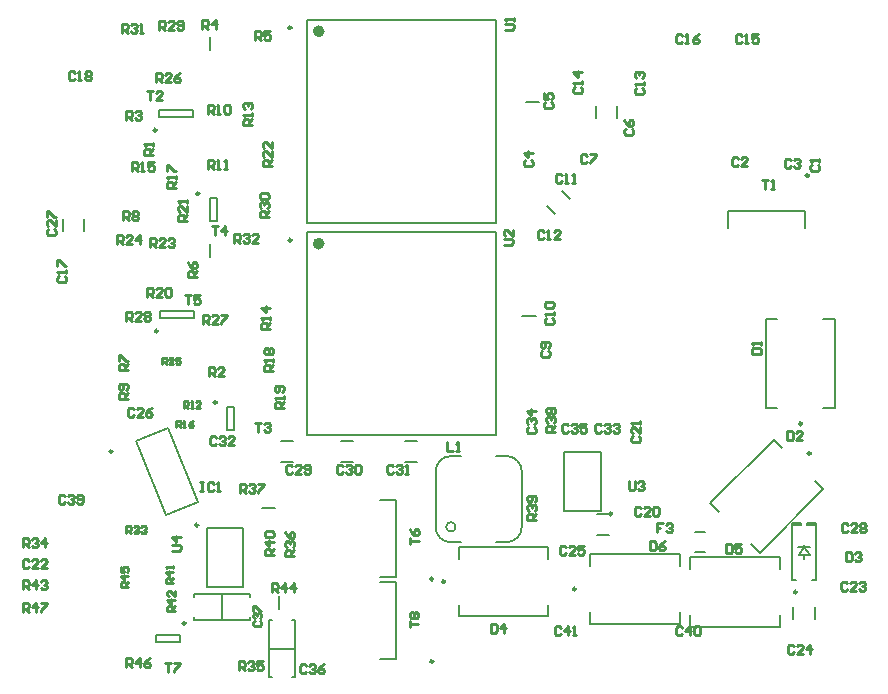
<source format=gbr>
%TF.GenerationSoftware,Altium Limited,Altium Designer,20.0.13 (296)*%
G04 Layer_Color=65535*
%FSLAX45Y45*%
%MOMM*%
%TF.FileFunction,Legend,Top*%
%TF.Part,Single*%
G01*
G75*
%TA.AperFunction,NonConductor*%
%ADD68C,0.25400*%
%ADD80C,0.20000*%
%ADD81C,0.15000*%
%ADD89C,0.25000*%
%ADD90C,0.50000*%
D68*
X10411520Y7546651D02*
Y7470476D01*
X10449608D01*
X10462304Y7483171D01*
Y7533955D01*
X10449608Y7546651D01*
X10411520D01*
X10538479Y7470476D02*
X10487696D01*
X10538479Y7521259D01*
Y7533955D01*
X10525784Y7546651D01*
X10500392D01*
X10487696Y7533955D01*
X9359904Y6769088D02*
X9309121D01*
Y6731000D01*
X9334512D01*
X9309121D01*
Y6692912D01*
X9385296Y6756392D02*
X9397992Y6769088D01*
X9423384D01*
X9436079Y6756392D01*
Y6743696D01*
X9423384Y6731000D01*
X9410688D01*
X9423384D01*
X9436079Y6718304D01*
Y6705608D01*
X9423384Y6692912D01*
X9397992D01*
X9385296Y6705608D01*
X10439404Y9842492D02*
X10426708Y9855188D01*
X10401317D01*
X10388621Y9842492D01*
Y9791708D01*
X10401317Y9779012D01*
X10426708D01*
X10439404Y9791708D01*
X10464796Y9842492D02*
X10477492Y9855188D01*
X10502884D01*
X10515579Y9842492D01*
Y9829796D01*
X10502884Y9817100D01*
X10490188D01*
X10502884D01*
X10515579Y9804404D01*
Y9791708D01*
X10502884Y9779012D01*
X10477492D01*
X10464796Y9791708D01*
X9994904Y9855192D02*
X9982208Y9867888D01*
X9956817D01*
X9944121Y9855192D01*
Y9804408D01*
X9956817Y9791712D01*
X9982208D01*
X9994904Y9804408D01*
X10071079Y9791712D02*
X10020296D01*
X10071079Y9842496D01*
Y9855192D01*
X10058384Y9867888D01*
X10032992D01*
X10020296Y9855192D01*
X7213612Y6591321D02*
Y6642104D01*
Y6616712D01*
X7289788D01*
X7213612Y6718279D02*
X7226308Y6692888D01*
X7251700Y6667496D01*
X7277092D01*
X7289788Y6680192D01*
Y6705584D01*
X7277092Y6718279D01*
X7264396D01*
X7251700Y6705584D01*
Y6667496D01*
X5198124Y6533401D02*
X5261604D01*
X5274300Y6546097D01*
Y6571489D01*
X5261604Y6584185D01*
X5198124D01*
X5274300Y6647665D02*
X5198124D01*
X5236212Y6609577D01*
Y6660360D01*
X5226040Y6024061D02*
X5162560D01*
Y6055801D01*
X5173140Y6066381D01*
X5194300D01*
X5204880Y6055801D01*
Y6024061D01*
Y6045221D02*
X5226040Y6066381D01*
Y6119280D02*
X5162560D01*
X5194300Y6087540D01*
Y6129860D01*
X5226040Y6193339D02*
Y6151020D01*
X5183720Y6193339D01*
X5173140D01*
X5162560Y6182760D01*
Y6161600D01*
X5173140Y6151020D01*
X6064588Y6496433D02*
X5988412D01*
Y6534521D01*
X6001108Y6547217D01*
X6026500D01*
X6039196Y6534521D01*
Y6496433D01*
Y6521825D02*
X6064588Y6547217D01*
Y6610696D02*
X5988412D01*
X6026500Y6572608D01*
Y6623392D01*
X6001108Y6648784D02*
X5988412Y6661480D01*
Y6686872D01*
X6001108Y6699567D01*
X6051892D01*
X6064588Y6686872D01*
Y6661480D01*
X6051892Y6648784D01*
X6001108D01*
X4292617Y6997692D02*
X4279921Y7010388D01*
X4254529D01*
X4241833Y6997692D01*
Y6946908D01*
X4254529Y6934212D01*
X4279921D01*
X4292617Y6946908D01*
X4318008Y6997692D02*
X4330704Y7010388D01*
X4356096D01*
X4368792Y6997692D01*
Y6984996D01*
X4356096Y6972300D01*
X4343400D01*
X4356096D01*
X4368792Y6959604D01*
Y6946908D01*
X4356096Y6934212D01*
X4330704D01*
X4318008Y6946908D01*
X4394184D02*
X4406880Y6934212D01*
X4432272D01*
X4444967Y6946908D01*
Y6997692D01*
X4432272Y7010388D01*
X4406880D01*
X4394184Y6997692D01*
Y6984996D01*
X4406880Y6972300D01*
X4444967D01*
X5900297Y5941626D02*
X5889717Y5931047D01*
Y5909887D01*
X5900297Y5899307D01*
X5942616D01*
X5953196Y5909887D01*
Y5931047D01*
X5942616Y5941626D01*
X5900297Y5962786D02*
X5889717Y5973366D01*
Y5994526D01*
X5900297Y6005106D01*
X5910876D01*
X5921456Y5994526D01*
Y5983946D01*
Y5994526D01*
X5932036Y6005106D01*
X5942616D01*
X5953196Y5994526D01*
Y5973366D01*
X5942616Y5962786D01*
X5889717Y6026266D02*
Y6068585D01*
X5900297D01*
X5942616Y6026266D01*
X5953196D01*
X6337317Y5562592D02*
X6324621Y5575288D01*
X6299229D01*
X6286533Y5562592D01*
Y5511808D01*
X6299229Y5499112D01*
X6324621D01*
X6337317Y5511808D01*
X6362708Y5562592D02*
X6375404Y5575288D01*
X6400796D01*
X6413492Y5562592D01*
Y5549896D01*
X6400796Y5537200D01*
X6388100D01*
X6400796D01*
X6413492Y5524504D01*
Y5511808D01*
X6400796Y5499112D01*
X6375404D01*
X6362708Y5511808D01*
X6489667Y5575288D02*
X6464276Y5562592D01*
X6438884Y5537200D01*
Y5511808D01*
X6451580Y5499112D01*
X6476972D01*
X6489667Y5511808D01*
Y5524504D01*
X6476972Y5537200D01*
X6438884D01*
X8349945Y9234187D02*
X8337249Y9246883D01*
X8311857D01*
X8299161Y9234187D01*
Y9183404D01*
X8311857Y9170708D01*
X8337249D01*
X8349945Y9183404D01*
X8375337Y9170708D02*
X8400729D01*
X8388033D01*
Y9246883D01*
X8375337Y9234187D01*
X8489600Y9170708D02*
X8438816D01*
X8489600Y9221491D01*
Y9234187D01*
X8476904Y9246883D01*
X8451512D01*
X8438816Y9234187D01*
X8712204Y9880592D02*
X8699508Y9893288D01*
X8674117D01*
X8661421Y9880592D01*
Y9829808D01*
X8674117Y9817112D01*
X8699508D01*
X8712204Y9829808D01*
X8737596Y9893288D02*
X8788379D01*
Y9880592D01*
X8737596Y9829808D01*
Y9817112D01*
X10617192Y9804415D02*
X10604496Y9791720D01*
Y9766328D01*
X10617192Y9753632D01*
X10667976D01*
X10680672Y9766328D01*
Y9791720D01*
X10667976Y9804415D01*
X10680672Y9829807D02*
Y9855199D01*
Y9842503D01*
X10604496D01*
X10617192Y9829807D01*
X9067820Y7124688D02*
Y7061208D01*
X9080516Y7048512D01*
X9105908D01*
X9118604Y7061208D01*
Y7124688D01*
X9143996Y7111992D02*
X9156692Y7124688D01*
X9182083D01*
X9194779Y7111992D01*
Y7099296D01*
X9182083Y7086600D01*
X9169388D01*
X9182083D01*
X9194779Y7073904D01*
Y7061208D01*
X9182083Y7048512D01*
X9156692D01*
X9143996Y7061208D01*
X8010035Y9127021D02*
X8073515D01*
X8086211Y9139717D01*
Y9165109D01*
X8073515Y9177805D01*
X8010035D01*
X8086211Y9253980D02*
Y9203196D01*
X8035427Y9253980D01*
X8022731D01*
X8010035Y9241284D01*
Y9215892D01*
X8022731Y9203196D01*
X8017658Y10947417D02*
X8081137D01*
X8093833Y10960112D01*
Y10985504D01*
X8081137Y10998200D01*
X8017658D01*
X8093833Y11023592D02*
Y11048984D01*
Y11036288D01*
X8017658D01*
X8030354Y11023592D01*
X7212321Y5886234D02*
Y5937018D01*
Y5911626D01*
X7288497D01*
X7225017Y5962409D02*
X7212321Y5975105D01*
Y6000497D01*
X7225017Y6013193D01*
X7237713D01*
X7250409Y6000497D01*
X7263105Y6013193D01*
X7275801D01*
X7288497Y6000497D01*
Y5975105D01*
X7275801Y5962409D01*
X7263105D01*
X7250409Y5975105D01*
X7237713Y5962409D01*
X7225017D01*
X7250409Y5975105D02*
Y6000497D01*
X5143521Y5587988D02*
X5194304D01*
X5168912D01*
Y5511812D01*
X5219696Y5587988D02*
X5270479D01*
Y5575292D01*
X5219696Y5524508D01*
Y5511812D01*
X5308621Y8699488D02*
X5359404D01*
X5334012D01*
Y8623312D01*
X5435579Y8699488D02*
X5384796D01*
Y8661400D01*
X5410188Y8674096D01*
X5422884D01*
X5435579Y8661400D01*
Y8636008D01*
X5422884Y8623312D01*
X5397492D01*
X5384796Y8636008D01*
X5537221Y9283688D02*
X5588004D01*
X5562612D01*
Y9207512D01*
X5651484D02*
Y9283688D01*
X5613396Y9245600D01*
X5664179D01*
X5905521Y7619988D02*
X5956304D01*
X5930912D01*
Y7543812D01*
X5981696Y7607292D02*
X5994392Y7619988D01*
X6019784D01*
X6032479Y7607292D01*
Y7594596D01*
X6019784Y7581900D01*
X6007088D01*
X6019784D01*
X6032479Y7569204D01*
Y7556508D01*
X6019784Y7543812D01*
X5994392D01*
X5981696Y7556508D01*
X4993921Y10425656D02*
X5044704D01*
X5019313D01*
Y10349480D01*
X5120880D02*
X5070096D01*
X5120880Y10400264D01*
Y10412960D01*
X5108184Y10425656D01*
X5082792D01*
X5070096Y10412960D01*
X10196917Y9676529D02*
X10247700D01*
X10222308D01*
Y9600354D01*
X10273092D02*
X10298484D01*
X10285788D01*
Y9676529D01*
X10273092Y9663833D01*
X3937033Y6019812D02*
Y6095988D01*
X3975121D01*
X3987817Y6083292D01*
Y6057900D01*
X3975121Y6045204D01*
X3937033D01*
X3962425D02*
X3987817Y6019812D01*
X4051296D02*
Y6095988D01*
X4013208Y6057900D01*
X4063992D01*
X4089384Y6095988D02*
X4140167D01*
Y6083292D01*
X4089384Y6032508D01*
Y6019812D01*
X4813333Y5549912D02*
Y5626088D01*
X4851421D01*
X4864117Y5613392D01*
Y5588000D01*
X4851421Y5575304D01*
X4813333D01*
X4838725D02*
X4864117Y5549912D01*
X4927596D02*
Y5626088D01*
X4889508Y5588000D01*
X4940292D01*
X5016467Y5626088D02*
X4991076Y5613392D01*
X4965684Y5588000D01*
Y5562608D01*
X4978380Y5549912D01*
X5003772D01*
X5016467Y5562608D01*
Y5575304D01*
X5003772Y5588000D01*
X4965684D01*
X4830368Y6226506D02*
X4766888D01*
Y6258246D01*
X4777468Y6268826D01*
X4798628D01*
X4809208Y6258246D01*
Y6226506D01*
Y6247666D02*
X4830368Y6268826D01*
Y6321725D02*
X4766888D01*
X4798628Y6289986D01*
Y6332305D01*
X4766888Y6395785D02*
Y6353465D01*
X4798628D01*
X4788048Y6374625D01*
Y6385205D01*
X4798628Y6395785D01*
X4819788D01*
X4830368Y6385205D01*
Y6364045D01*
X4819788Y6353465D01*
X3937033Y6210312D02*
Y6286488D01*
X3975121D01*
X3987817Y6273792D01*
Y6248400D01*
X3975121Y6235704D01*
X3937033D01*
X3962425D02*
X3987817Y6210312D01*
X4051296D02*
Y6286488D01*
X4013208Y6248400D01*
X4063992D01*
X4089384Y6273792D02*
X4102080Y6286488D01*
X4127472D01*
X4140167Y6273792D01*
Y6261096D01*
X4127472Y6248400D01*
X4114776D01*
X4127472D01*
X4140167Y6235704D01*
Y6223008D01*
X4127472Y6210312D01*
X4102080D01*
X4089384Y6223008D01*
X6045233Y6184912D02*
Y6261088D01*
X6083321D01*
X6096017Y6248392D01*
Y6223000D01*
X6083321Y6210304D01*
X6045233D01*
X6070625D02*
X6096017Y6184912D01*
X6159496D02*
Y6261088D01*
X6121408Y6223000D01*
X6172192D01*
X6235672Y6184912D02*
Y6261088D01*
X6197584Y6223000D01*
X6248367D01*
X5211270Y6260141D02*
X5147790D01*
Y6291880D01*
X5158370Y6302460D01*
X5179530D01*
X5190110Y6291880D01*
Y6260141D01*
Y6281300D02*
X5211270Y6302460D01*
Y6355360D02*
X5147790D01*
X5179530Y6323620D01*
Y6365940D01*
X5211270Y6387099D02*
Y6408259D01*
Y6397679D01*
X5147790D01*
X5158370Y6387099D01*
X8284609Y6798955D02*
X8208433D01*
Y6837043D01*
X8221129Y6849738D01*
X8246521D01*
X8259217Y6837043D01*
Y6798955D01*
Y6824347D02*
X8284609Y6849738D01*
X8221129Y6875130D02*
X8208433Y6887826D01*
Y6913218D01*
X8221129Y6925914D01*
X8233825D01*
X8246521Y6913218D01*
Y6900522D01*
Y6913218D01*
X8259217Y6925914D01*
X8271913D01*
X8284609Y6913218D01*
Y6887826D01*
X8271913Y6875130D01*
Y6951306D02*
X8284609Y6964002D01*
Y6989393D01*
X8271913Y7002089D01*
X8221129D01*
X8208433Y6989393D01*
Y6964002D01*
X8221129Y6951306D01*
X8233825D01*
X8246521Y6964002D01*
Y7002089D01*
X8445488Y7543833D02*
X8369312D01*
Y7581921D01*
X8382008Y7594617D01*
X8407400D01*
X8420096Y7581921D01*
Y7543833D01*
Y7569225D02*
X8445488Y7594617D01*
X8382008Y7620008D02*
X8369312Y7632704D01*
Y7658096D01*
X8382008Y7670792D01*
X8394704D01*
X8407400Y7658096D01*
Y7645400D01*
Y7658096D01*
X8420096Y7670792D01*
X8432792D01*
X8445488Y7658096D01*
Y7632704D01*
X8432792Y7620008D01*
X8382008Y7696184D02*
X8369312Y7708880D01*
Y7734272D01*
X8382008Y7746967D01*
X8394704D01*
X8407400Y7734272D01*
X8420096Y7746967D01*
X8432792D01*
X8445488Y7734272D01*
Y7708880D01*
X8432792Y7696184D01*
X8420096D01*
X8407400Y7708880D01*
X8394704Y7696184D01*
X8382008D01*
X8407400Y7708880D02*
Y7734272D01*
X5774036Y7026801D02*
Y7102977D01*
X5812124D01*
X5824819Y7090281D01*
Y7064889D01*
X5812124Y7052193D01*
X5774036D01*
X5799428D02*
X5824819Y7026801D01*
X5850211Y7090281D02*
X5862907Y7102977D01*
X5888299D01*
X5900995Y7090281D01*
Y7077585D01*
X5888299Y7064889D01*
X5875603D01*
X5888299D01*
X5900995Y7052193D01*
Y7039497D01*
X5888299Y7026801D01*
X5862907D01*
X5850211Y7039497D01*
X5926387Y7102977D02*
X5977170D01*
Y7090281D01*
X5926387Y7039497D01*
Y7026801D01*
X6235688Y6489733D02*
X6159512D01*
Y6527821D01*
X6172208Y6540517D01*
X6197600D01*
X6210296Y6527821D01*
Y6489733D01*
Y6515125D02*
X6235688Y6540517D01*
X6172208Y6565908D02*
X6159512Y6578604D01*
Y6603996D01*
X6172208Y6616692D01*
X6184904D01*
X6197600Y6603996D01*
Y6591300D01*
Y6603996D01*
X6210296Y6616692D01*
X6222992D01*
X6235688Y6603996D01*
Y6578604D01*
X6222992Y6565908D01*
X6159512Y6692867D02*
X6172208Y6667476D01*
X6197600Y6642084D01*
X6222992D01*
X6235688Y6654780D01*
Y6680172D01*
X6222992Y6692867D01*
X6210296D01*
X6197600Y6680172D01*
Y6642084D01*
X5765833Y5524512D02*
Y5600688D01*
X5803921D01*
X5816617Y5587992D01*
Y5562600D01*
X5803921Y5549904D01*
X5765833D01*
X5791225D02*
X5816617Y5524512D01*
X5842008Y5587992D02*
X5854704Y5600688D01*
X5880096D01*
X5892792Y5587992D01*
Y5575296D01*
X5880096Y5562600D01*
X5867400D01*
X5880096D01*
X5892792Y5549904D01*
Y5537208D01*
X5880096Y5524512D01*
X5854704D01*
X5842008Y5537208D01*
X5968967Y5600688D02*
X5918184D01*
Y5562600D01*
X5943576Y5575296D01*
X5956272D01*
X5968967Y5562600D01*
Y5537208D01*
X5956272Y5524512D01*
X5930880D01*
X5918184Y5537208D01*
X3937033Y6565912D02*
Y6642088D01*
X3975121D01*
X3987817Y6629392D01*
Y6604000D01*
X3975121Y6591304D01*
X3937033D01*
X3962425D02*
X3987817Y6565912D01*
X4013208Y6629392D02*
X4025904Y6642088D01*
X4051296D01*
X4063992Y6629392D01*
Y6616696D01*
X4051296Y6604000D01*
X4038600D01*
X4051296D01*
X4063992Y6591304D01*
Y6578608D01*
X4051296Y6565912D01*
X4025904D01*
X4013208Y6578608D01*
X4127472Y6565912D02*
Y6642088D01*
X4089384Y6604000D01*
X4140167D01*
X4813600Y6682432D02*
Y6745912D01*
X4845340D01*
X4855919Y6735332D01*
Y6714172D01*
X4845340Y6703592D01*
X4813600D01*
X4834759D02*
X4855919Y6682432D01*
X4877079Y6735332D02*
X4887659Y6745912D01*
X4908819D01*
X4919399Y6735332D01*
Y6724752D01*
X4908819Y6714172D01*
X4898239D01*
X4908819D01*
X4919399Y6703592D01*
Y6693012D01*
X4908819Y6682432D01*
X4887659D01*
X4877079Y6693012D01*
X4940559Y6735332D02*
X4951138Y6745912D01*
X4972298D01*
X4982878Y6735332D01*
Y6724752D01*
X4972298Y6714172D01*
X4961718D01*
X4972298D01*
X4982878Y6703592D01*
Y6693012D01*
X4972298Y6682432D01*
X4951138D01*
X4940559Y6693012D01*
X4775229Y10922012D02*
Y10998188D01*
X4813317D01*
X4826012Y10985492D01*
Y10960100D01*
X4813317Y10947404D01*
X4775229D01*
X4800621D02*
X4826012Y10922012D01*
X4851404Y10985492D02*
X4864100Y10998188D01*
X4889492D01*
X4902188Y10985492D01*
Y10972796D01*
X4889492Y10960100D01*
X4876796D01*
X4889492D01*
X4902188Y10947404D01*
Y10934708D01*
X4889492Y10922012D01*
X4864100D01*
X4851404Y10934708D01*
X4927579Y10922012D02*
X4952971D01*
X4940275D01*
Y10998188D01*
X4927579Y10985492D01*
X6019788Y9359933D02*
X5943612D01*
Y9398021D01*
X5956308Y9410717D01*
X5981700D01*
X5994396Y9398021D01*
Y9359933D01*
Y9385325D02*
X6019788Y9410717D01*
X5956308Y9436108D02*
X5943612Y9448804D01*
Y9474196D01*
X5956308Y9486892D01*
X5969004D01*
X5981700Y9474196D01*
Y9461500D01*
Y9474196D01*
X5994396Y9486892D01*
X6007092D01*
X6019788Y9474196D01*
Y9448804D01*
X6007092Y9436108D01*
X5956308Y9512284D02*
X5943612Y9524980D01*
Y9550372D01*
X5956308Y9563067D01*
X6007092D01*
X6019788Y9550372D01*
Y9524980D01*
X6007092Y9512284D01*
X5956308D01*
X5092733Y10947412D02*
Y11023588D01*
X5130821D01*
X5143517Y11010892D01*
Y10985500D01*
X5130821Y10972804D01*
X5092733D01*
X5118125D02*
X5143517Y10947412D01*
X5219692D02*
X5168908D01*
X5219692Y10998196D01*
Y11010892D01*
X5206996Y11023588D01*
X5181604D01*
X5168908Y11010892D01*
X5245084Y10960108D02*
X5257780Y10947412D01*
X5283172D01*
X5295867Y10960108D01*
Y11010892D01*
X5283172Y11023588D01*
X5257780D01*
X5245084Y11010892D01*
Y10998196D01*
X5257780Y10985500D01*
X5295867D01*
X4813333Y8483612D02*
Y8559788D01*
X4851421D01*
X4864117Y8547092D01*
Y8521700D01*
X4851421Y8509004D01*
X4813333D01*
X4838725D02*
X4864117Y8483612D01*
X4940292D02*
X4889508D01*
X4940292Y8534396D01*
Y8547092D01*
X4927596Y8559788D01*
X4902204D01*
X4889508Y8547092D01*
X4965684D02*
X4978380Y8559788D01*
X5003772D01*
X5016467Y8547092D01*
Y8534396D01*
X5003772Y8521700D01*
X5016467Y8509004D01*
Y8496308D01*
X5003772Y8483612D01*
X4978380D01*
X4965684Y8496308D01*
Y8509004D01*
X4978380Y8521700D01*
X4965684Y8534396D01*
Y8547092D01*
X4978380Y8521700D02*
X5003772D01*
X5461033Y8458212D02*
Y8534388D01*
X5499121D01*
X5511817Y8521692D01*
Y8496300D01*
X5499121Y8483604D01*
X5461033D01*
X5486425D02*
X5511817Y8458212D01*
X5587992D02*
X5537208D01*
X5587992Y8508996D01*
Y8521692D01*
X5575296Y8534388D01*
X5549904D01*
X5537208Y8521692D01*
X5613384Y8534388D02*
X5664167D01*
Y8521692D01*
X5613384Y8470908D01*
Y8458212D01*
X5067333Y10502912D02*
Y10579088D01*
X5105421D01*
X5118117Y10566392D01*
Y10541000D01*
X5105421Y10528304D01*
X5067333D01*
X5092725D02*
X5118117Y10502912D01*
X5194292D02*
X5143508D01*
X5194292Y10553696D01*
Y10566392D01*
X5181596Y10579088D01*
X5156204D01*
X5143508Y10566392D01*
X5270467Y10579088D02*
X5245076Y10566392D01*
X5219684Y10541000D01*
Y10515608D01*
X5232380Y10502912D01*
X5257772D01*
X5270467Y10515608D01*
Y10528304D01*
X5257772Y10541000D01*
X5219684D01*
X5119818Y8112769D02*
Y8168631D01*
X5147748D01*
X5157059Y8159321D01*
Y8140700D01*
X5147748Y8131390D01*
X5119818D01*
X5138438D02*
X5157059Y8112769D01*
X5212921D02*
X5175680D01*
X5212921Y8150010D01*
Y8159321D01*
X5203610Y8168631D01*
X5184990D01*
X5175680Y8159321D01*
X5268783Y8168631D02*
X5231541D01*
Y8140700D01*
X5250162Y8150010D01*
X5259472D01*
X5268783Y8140700D01*
Y8122080D01*
X5259472Y8112769D01*
X5240852D01*
X5231541Y8122080D01*
X4737133Y9131312D02*
Y9207488D01*
X4775221D01*
X4787917Y9194792D01*
Y9169400D01*
X4775221Y9156704D01*
X4737133D01*
X4762525D02*
X4787917Y9131312D01*
X4864092D02*
X4813308D01*
X4864092Y9182096D01*
Y9194792D01*
X4851396Y9207488D01*
X4826004D01*
X4813308Y9194792D01*
X4927572Y9131312D02*
Y9207488D01*
X4889484Y9169400D01*
X4940267D01*
X5016533Y9105912D02*
Y9182088D01*
X5054621D01*
X5067317Y9169392D01*
Y9144000D01*
X5054621Y9131304D01*
X5016533D01*
X5041925D02*
X5067317Y9105912D01*
X5143492D02*
X5092708D01*
X5143492Y9156696D01*
Y9169392D01*
X5130796Y9182088D01*
X5105404D01*
X5092708Y9169392D01*
X5168884D02*
X5181580Y9182088D01*
X5206972D01*
X5219667Y9169392D01*
Y9156696D01*
X5206972Y9144000D01*
X5194276D01*
X5206972D01*
X5219667Y9131304D01*
Y9118608D01*
X5206972Y9105912D01*
X5181580D01*
X5168884Y9118608D01*
X6046756Y9790006D02*
X5970581D01*
Y9828094D01*
X5983277Y9840790D01*
X6008668D01*
X6021364Y9828094D01*
Y9790006D01*
Y9815398D02*
X6046756Y9840790D01*
Y9916965D02*
Y9866181D01*
X5995973Y9916965D01*
X5983277D01*
X5970581Y9904269D01*
Y9878877D01*
X5983277Y9866181D01*
X6046756Y9993140D02*
Y9942357D01*
X5995973Y9993140D01*
X5983277D01*
X5970581Y9980445D01*
Y9955053D01*
X5983277Y9942357D01*
X5330352Y9328939D02*
X5254177D01*
Y9367027D01*
X5266873Y9379722D01*
X5292264D01*
X5304960Y9367027D01*
Y9328939D01*
Y9354331D02*
X5330352Y9379722D01*
Y9455898D02*
Y9405114D01*
X5279569Y9455898D01*
X5266873D01*
X5254177Y9443202D01*
Y9417810D01*
X5266873Y9405114D01*
X5330352Y9481290D02*
Y9506682D01*
Y9493986D01*
X5254177D01*
X5266873Y9481290D01*
X4994014Y8686312D02*
Y8762488D01*
X5032102D01*
X5044798Y8749792D01*
Y8724400D01*
X5032102Y8711704D01*
X4994014D01*
X5019406D02*
X5044798Y8686312D01*
X5120973D02*
X5070190D01*
X5120973Y8737096D01*
Y8749792D01*
X5108278Y8762488D01*
X5082886D01*
X5070190Y8749792D01*
X5146365D02*
X5159061Y8762488D01*
X5184453D01*
X5197149Y8749792D01*
Y8699008D01*
X5184453Y8686312D01*
X5159061D01*
X5146365Y8699008D01*
Y8749792D01*
X6146788Y7740681D02*
X6070612D01*
Y7778769D01*
X6083308Y7791464D01*
X6108700D01*
X6121396Y7778769D01*
Y7740681D01*
Y7766073D02*
X6146788Y7791464D01*
Y7816856D02*
Y7842248D01*
Y7829552D01*
X6070612D01*
X6083308Y7816856D01*
X6134092Y7880336D02*
X6146788Y7893032D01*
Y7918424D01*
X6134092Y7931119D01*
X6083308D01*
X6070612Y7918424D01*
Y7893032D01*
X6083308Y7880336D01*
X6096004D01*
X6108700Y7893032D01*
Y7931119D01*
X6057888Y8058181D02*
X5981712D01*
Y8096269D01*
X5994408Y8108964D01*
X6019800D01*
X6032496Y8096269D01*
Y8058181D01*
Y8083573D02*
X6057888Y8108964D01*
Y8134356D02*
Y8159748D01*
Y8147052D01*
X5981712D01*
X5994408Y8134356D01*
Y8197836D02*
X5981712Y8210532D01*
Y8235924D01*
X5994408Y8248619D01*
X6007104D01*
X6019800Y8235924D01*
X6032496Y8248619D01*
X6045192D01*
X6057888Y8235924D01*
Y8210532D01*
X6045192Y8197836D01*
X6032496D01*
X6019800Y8210532D01*
X6007104Y8197836D01*
X5994408D01*
X6019800Y8210532D02*
Y8235924D01*
X5232388Y9607581D02*
X5156212D01*
Y9645669D01*
X5168908Y9658364D01*
X5194300D01*
X5206996Y9645669D01*
Y9607581D01*
Y9632973D02*
X5232388Y9658364D01*
Y9683756D02*
Y9709148D01*
Y9696452D01*
X5156212D01*
X5168908Y9683756D01*
X5156212Y9747236D02*
Y9798019D01*
X5168908D01*
X5219692Y9747236D01*
X5232388D01*
X5238773Y7579369D02*
Y7635231D01*
X5266703D01*
X5276014Y7625921D01*
Y7607300D01*
X5266703Y7597990D01*
X5238773D01*
X5257393D02*
X5276014Y7579369D01*
X5294635D02*
X5313255D01*
X5303945D01*
Y7635231D01*
X5294635Y7625921D01*
X5378427Y7635231D02*
X5359807Y7625921D01*
X5341186Y7607300D01*
Y7588680D01*
X5350497Y7579369D01*
X5369117D01*
X5378427Y7588680D01*
Y7597990D01*
X5369117Y7607300D01*
X5341186D01*
X4860281Y9748451D02*
Y9824627D01*
X4898369D01*
X4911065Y9811931D01*
Y9786539D01*
X4898369Y9773843D01*
X4860281D01*
X4885673D02*
X4911065Y9748451D01*
X4936456D02*
X4961848D01*
X4949152D01*
Y9824627D01*
X4936456Y9811931D01*
X5050719Y9824627D02*
X4999936D01*
Y9786539D01*
X5025328Y9799235D01*
X5038024D01*
X5050719Y9786539D01*
Y9761147D01*
X5038024Y9748451D01*
X5012632D01*
X4999936Y9761147D01*
X6032488Y8413781D02*
X5956312D01*
Y8451869D01*
X5969008Y8464564D01*
X5994400D01*
X6007096Y8451869D01*
Y8413781D01*
Y8439173D02*
X6032488Y8464564D01*
Y8489956D02*
Y8515348D01*
Y8502652D01*
X5956312D01*
X5969008Y8489956D01*
X6032488Y8591524D02*
X5956312D01*
X5994400Y8553436D01*
Y8604219D01*
X5879752Y10136290D02*
X5803576D01*
Y10174377D01*
X5816272Y10187073D01*
X5841664D01*
X5854360Y10174377D01*
Y10136290D01*
Y10161681D02*
X5879752Y10187073D01*
Y10212465D02*
Y10237857D01*
Y10225161D01*
X5803576D01*
X5816272Y10212465D01*
Y10275944D02*
X5803576Y10288640D01*
Y10314032D01*
X5816272Y10326728D01*
X5828968D01*
X5841664Y10314032D01*
Y10301336D01*
Y10314032D01*
X5854360Y10326728D01*
X5867056D01*
X5879752Y10314032D01*
Y10288640D01*
X5867056Y10275944D01*
X5302273Y7744469D02*
Y7800331D01*
X5330203D01*
X5339514Y7791021D01*
Y7772400D01*
X5330203Y7763090D01*
X5302273D01*
X5320893D02*
X5339514Y7744469D01*
X5358135D02*
X5376755D01*
X5367445D01*
Y7800331D01*
X5358135Y7791021D01*
X5441927Y7744469D02*
X5404686D01*
X5441927Y7781710D01*
Y7791021D01*
X5432617Y7800331D01*
X5413997D01*
X5404686Y7791021D01*
X5503215Y9769852D02*
Y9846027D01*
X5541303D01*
X5553999Y9833331D01*
Y9807940D01*
X5541303Y9795244D01*
X5503215D01*
X5528607D02*
X5553999Y9769852D01*
X5579390D02*
X5604782D01*
X5592086D01*
Y9846027D01*
X5579390Y9833331D01*
X5642870Y9769852D02*
X5668262D01*
X5655566D01*
Y9846027D01*
X5642870Y9833331D01*
X5505481Y10236212D02*
Y10312388D01*
X5543569D01*
X5556264Y10299692D01*
Y10274300D01*
X5543569Y10261604D01*
X5505481D01*
X5530873D02*
X5556264Y10236212D01*
X5581656D02*
X5607048D01*
X5594352D01*
Y10312388D01*
X5581656Y10299692D01*
X5645136D02*
X5657832Y10312388D01*
X5683224D01*
X5695919Y10299692D01*
Y10248908D01*
X5683224Y10236212D01*
X5657832D01*
X5645136Y10248908D01*
Y10299692D01*
X4825987Y7823221D02*
X4749812D01*
Y7861309D01*
X4762508Y7874004D01*
X4787899D01*
X4800595Y7861309D01*
Y7823221D01*
Y7848613D02*
X4825987Y7874004D01*
X4813291Y7899396D02*
X4825987Y7912092D01*
Y7937484D01*
X4813291Y7950180D01*
X4762508D01*
X4749812Y7937484D01*
Y7912092D01*
X4762508Y7899396D01*
X4775204D01*
X4787899Y7912092D01*
Y7950180D01*
X5727733Y9144012D02*
Y9220188D01*
X5765821D01*
X5778517Y9207492D01*
Y9182100D01*
X5765821Y9169404D01*
X5727733D01*
X5753125D02*
X5778517Y9144012D01*
X5803908Y9207492D02*
X5816604Y9220188D01*
X5841996D01*
X5854692Y9207492D01*
Y9194796D01*
X5841996Y9182100D01*
X5829300D01*
X5841996D01*
X5854692Y9169404D01*
Y9156708D01*
X5841996Y9144012D01*
X5816604D01*
X5803908Y9156708D01*
X5930867Y9144012D02*
X5880084D01*
X5930867Y9194796D01*
Y9207492D01*
X5918172Y9220188D01*
X5892780D01*
X5880084Y9207492D01*
X4787921Y9334512D02*
Y9410688D01*
X4826008D01*
X4838704Y9397992D01*
Y9372600D01*
X4826008Y9359904D01*
X4787921D01*
X4813312D02*
X4838704Y9334512D01*
X4864096Y9397992D02*
X4876792Y9410688D01*
X4902184D01*
X4914879Y9397992D01*
Y9385296D01*
X4902184Y9372600D01*
X4914879Y9359904D01*
Y9347208D01*
X4902184Y9334512D01*
X4876792D01*
X4864096Y9347208D01*
Y9359904D01*
X4876792Y9372600D01*
X4864096Y9385296D01*
Y9397992D01*
X4876792Y9372600D02*
X4902184D01*
X5410187Y8851921D02*
X5334012D01*
Y8890009D01*
X5346708Y8902704D01*
X5372099D01*
X5384795Y8890009D01*
Y8851921D01*
Y8877313D02*
X5410187Y8902704D01*
X5334012Y8978880D02*
X5346708Y8953488D01*
X5372099Y8928096D01*
X5397491D01*
X5410187Y8940792D01*
Y8966184D01*
X5397491Y8978880D01*
X5384795D01*
X5372099Y8966184D01*
Y8928096D01*
X4825988Y8064521D02*
X4749812D01*
Y8102608D01*
X4762508Y8115304D01*
X4787900D01*
X4800596Y8102608D01*
Y8064521D01*
Y8089912D02*
X4825988Y8115304D01*
X4749812Y8140696D02*
Y8191479D01*
X4762508D01*
X4813292Y8140696D01*
X4825988D01*
X5905521Y10858512D02*
Y10934688D01*
X5943608D01*
X5956304Y10921992D01*
Y10896600D01*
X5943608Y10883904D01*
X5905521D01*
X5930912D02*
X5956304Y10858512D01*
X6032479Y10934688D02*
X5981696D01*
Y10896600D01*
X6007088Y10909296D01*
X6019784D01*
X6032479Y10896600D01*
Y10871208D01*
X6019784Y10858512D01*
X5994392D01*
X5981696Y10871208D01*
X5458207Y10955564D02*
Y11031739D01*
X5496295D01*
X5508991Y11019043D01*
Y10993652D01*
X5496295Y10980956D01*
X5458207D01*
X5483599D02*
X5508991Y10955564D01*
X5572470D02*
Y11031739D01*
X5534382Y10993652D01*
X5585166D01*
X5511821Y8013712D02*
Y8089888D01*
X5549908D01*
X5562604Y8077192D01*
Y8051800D01*
X5549908Y8039104D01*
X5511821D01*
X5537212D02*
X5562604Y8013712D01*
X5638779D02*
X5587996D01*
X5638779Y8064496D01*
Y8077192D01*
X5626084Y8089888D01*
X5600692D01*
X5587996Y8077192D01*
X4813321Y10185412D02*
Y10261588D01*
X4851408D01*
X4864104Y10248892D01*
Y10223500D01*
X4851408Y10210804D01*
X4813321D01*
X4838712D02*
X4864104Y10185412D01*
X4889496Y10248892D02*
X4902192Y10261588D01*
X4927584D01*
X4940279Y10248892D01*
Y10236196D01*
X4927584Y10223500D01*
X4914888D01*
X4927584D01*
X4940279Y10210804D01*
Y10198108D01*
X4927584Y10185412D01*
X4902192D01*
X4889496Y10198108D01*
X5042454Y9889516D02*
X4966279D01*
Y9927604D01*
X4978975Y9940300D01*
X5004366D01*
X5017062Y9927604D01*
Y9889516D01*
Y9914908D02*
X5042454Y9940300D01*
Y9965692D02*
Y9991084D01*
Y9978388D01*
X4966279D01*
X4978975Y9965692D01*
X7531117Y7454888D02*
Y7378712D01*
X7581900D01*
X7607292D02*
X7632684D01*
X7619988D01*
Y7454888D01*
X7607292Y7442192D01*
X5438972Y7114296D02*
X5464364D01*
X5451668D01*
Y7038121D01*
X5438972D01*
X5464364D01*
X5553235Y7101600D02*
X5540540Y7114296D01*
X5515148D01*
X5502452Y7101600D01*
Y7050817D01*
X5515148Y7038121D01*
X5540540D01*
X5553235Y7050817D01*
X5578627Y7038121D02*
X5604019D01*
X5591323D01*
Y7114296D01*
X5578627Y7101600D01*
X9245621Y6616688D02*
Y6540512D01*
X9283708D01*
X9296404Y6553208D01*
Y6603992D01*
X9283708Y6616688D01*
X9245621D01*
X9372579D02*
X9347188Y6603992D01*
X9321796Y6578600D01*
Y6553208D01*
X9334492Y6540512D01*
X9359884D01*
X9372579Y6553208D01*
Y6565904D01*
X9359884Y6578600D01*
X9321796D01*
X9893321Y6591288D02*
Y6515112D01*
X9931408D01*
X9944104Y6527808D01*
Y6578592D01*
X9931408Y6591288D01*
X9893321D01*
X10020279D02*
X9969496D01*
Y6553200D01*
X9994888Y6565896D01*
X10007584D01*
X10020279Y6553200D01*
Y6527808D01*
X10007584Y6515112D01*
X9982192D01*
X9969496Y6527808D01*
X7899421Y5918188D02*
Y5842012D01*
X7937508D01*
X7950204Y5854708D01*
Y5905492D01*
X7937508Y5918188D01*
X7899421D01*
X8013684Y5842012D02*
Y5918188D01*
X7975596Y5880100D01*
X8026379D01*
X10906521Y6522985D02*
Y6446810D01*
X10944609D01*
X10957304Y6459506D01*
Y6510289D01*
X10944609Y6522985D01*
X10906521D01*
X10982696Y6510289D02*
X10995392Y6522985D01*
X11020784D01*
X11033480Y6510289D01*
Y6497593D01*
X11020784Y6484898D01*
X11008088D01*
X11020784D01*
X11033480Y6472202D01*
Y6459506D01*
X11020784Y6446810D01*
X10995392D01*
X10982696Y6459506D01*
X10109212Y8204217D02*
X10185388D01*
Y8242304D01*
X10172692Y8255000D01*
X10121908D01*
X10109212Y8242304D01*
Y8204217D01*
X10185388Y8280392D02*
Y8305784D01*
Y8293088D01*
X10109212D01*
X10121908Y8280392D01*
X8491203Y5885159D02*
X8478508Y5897855D01*
X8453116D01*
X8440420Y5885159D01*
Y5834376D01*
X8453116Y5821680D01*
X8478508D01*
X8491203Y5834376D01*
X8554683Y5821680D02*
Y5897855D01*
X8516595Y5859768D01*
X8567379D01*
X8592771Y5821680D02*
X8618163D01*
X8605467D01*
Y5897855D01*
X8592771Y5885159D01*
X9522443D02*
X9509748Y5897855D01*
X9484356D01*
X9471660Y5885159D01*
Y5834376D01*
X9484356Y5821680D01*
X9509748D01*
X9522443Y5834376D01*
X9585923Y5821680D02*
Y5897855D01*
X9547835Y5859768D01*
X9598619D01*
X9624011Y5885159D02*
X9636707Y5897855D01*
X9662099D01*
X9674794Y5885159D01*
Y5834376D01*
X9662099Y5821680D01*
X9636707D01*
X9624011Y5834376D01*
Y5885159D01*
X8557707Y7599177D02*
X8545012Y7611873D01*
X8519620D01*
X8506924Y7599177D01*
Y7548393D01*
X8519620Y7535697D01*
X8545012D01*
X8557707Y7548393D01*
X8583099Y7599177D02*
X8595795Y7611873D01*
X8621187D01*
X8633883Y7599177D01*
Y7586481D01*
X8621187Y7573785D01*
X8608491D01*
X8621187D01*
X8633883Y7561089D01*
Y7548393D01*
X8621187Y7535697D01*
X8595795D01*
X8583099Y7548393D01*
X8710058Y7611873D02*
X8659275D01*
Y7573785D01*
X8684666Y7586481D01*
X8697362D01*
X8710058Y7573785D01*
Y7548393D01*
X8697362Y7535697D01*
X8671970D01*
X8659275Y7548393D01*
X8216908Y7581917D02*
X8204212Y7569221D01*
Y7543829D01*
X8216908Y7531133D01*
X8267692D01*
X8280388Y7543829D01*
Y7569221D01*
X8267692Y7581917D01*
X8216908Y7607308D02*
X8204212Y7620004D01*
Y7645396D01*
X8216908Y7658092D01*
X8229604D01*
X8242300Y7645396D01*
Y7632700D01*
Y7645396D01*
X8254996Y7658092D01*
X8267692D01*
X8280388Y7645396D01*
Y7620004D01*
X8267692Y7607308D01*
X8280388Y7721572D02*
X8204212D01*
X8242300Y7683484D01*
Y7734267D01*
X8836044Y7599497D02*
X8823349Y7612193D01*
X8797957D01*
X8785261Y7599497D01*
Y7548713D01*
X8797957Y7536017D01*
X8823349D01*
X8836044Y7548713D01*
X8861436Y7599497D02*
X8874132Y7612193D01*
X8899524D01*
X8912220Y7599497D01*
Y7586801D01*
X8899524Y7574105D01*
X8886828D01*
X8899524D01*
X8912220Y7561409D01*
Y7548713D01*
X8899524Y7536017D01*
X8874132D01*
X8861436Y7548713D01*
X8937612Y7599497D02*
X8950307Y7612193D01*
X8975699D01*
X8988395Y7599497D01*
Y7586801D01*
X8975699Y7574105D01*
X8963003D01*
X8975699D01*
X8988395Y7561409D01*
Y7548713D01*
X8975699Y7536017D01*
X8950307D01*
X8937612Y7548713D01*
X5575317Y7492992D02*
X5562621Y7505688D01*
X5537229D01*
X5524533Y7492992D01*
Y7442208D01*
X5537229Y7429512D01*
X5562621D01*
X5575317Y7442208D01*
X5600708Y7492992D02*
X5613404Y7505688D01*
X5638796D01*
X5651492Y7492992D01*
Y7480296D01*
X5638796Y7467600D01*
X5626100D01*
X5638796D01*
X5651492Y7454904D01*
Y7442208D01*
X5638796Y7429512D01*
X5613404D01*
X5600708Y7442208D01*
X5727667Y7429512D02*
X5676884D01*
X5727667Y7480296D01*
Y7492992D01*
X5714972Y7505688D01*
X5689580D01*
X5676884Y7492992D01*
X7075161Y7251692D02*
X7062465Y7264388D01*
X7037073D01*
X7024377Y7251692D01*
Y7200908D01*
X7037073Y7188212D01*
X7062465D01*
X7075161Y7200908D01*
X7100553Y7251692D02*
X7113249Y7264388D01*
X7138641D01*
X7151336Y7251692D01*
Y7238996D01*
X7138641Y7226300D01*
X7125945D01*
X7138641D01*
X7151336Y7213604D01*
Y7200908D01*
X7138641Y7188212D01*
X7113249D01*
X7100553Y7200908D01*
X7176728Y7188212D02*
X7202120D01*
X7189424D01*
Y7264388D01*
X7176728Y7251692D01*
X6645265D02*
X6632569Y7264388D01*
X6607178D01*
X6594482Y7251692D01*
Y7200908D01*
X6607178Y7188212D01*
X6632569D01*
X6645265Y7200908D01*
X6670657Y7251692D02*
X6683353Y7264388D01*
X6708745D01*
X6721440Y7251692D01*
Y7238996D01*
X6708745Y7226300D01*
X6696049D01*
X6708745D01*
X6721440Y7213604D01*
Y7200908D01*
X6708745Y7188212D01*
X6683353D01*
X6670657Y7200908D01*
X6746832Y7251692D02*
X6759528Y7264388D01*
X6784920D01*
X6797616Y7251692D01*
Y7200908D01*
X6784920Y7188212D01*
X6759528D01*
X6746832Y7200908D01*
Y7251692D01*
X6220193D02*
X6207497Y7264388D01*
X6182105D01*
X6169410Y7251692D01*
Y7200908D01*
X6182105Y7188212D01*
X6207497D01*
X6220193Y7200908D01*
X6296368Y7188212D02*
X6245585D01*
X6296368Y7238996D01*
Y7251692D01*
X6283673Y7264388D01*
X6258281D01*
X6245585Y7251692D01*
X6321760Y7200908D02*
X6334456Y7188212D01*
X6359848D01*
X6372544Y7200908D01*
Y7251692D01*
X6359848Y7264388D01*
X6334456D01*
X6321760Y7251692D01*
Y7238996D01*
X6334456Y7226300D01*
X6372544D01*
X4152908Y9257729D02*
X4140212Y9245034D01*
Y9219642D01*
X4152908Y9206946D01*
X4203692D01*
X4216388Y9219642D01*
Y9245034D01*
X4203692Y9257729D01*
X4216388Y9333905D02*
Y9283121D01*
X4165604Y9333905D01*
X4152908D01*
X4140212Y9321209D01*
Y9295817D01*
X4152908Y9283121D01*
X4140212Y9359296D02*
Y9410080D01*
X4152908D01*
X4203692Y9359296D01*
X4216388D01*
X4876817Y7734292D02*
X4864121Y7746988D01*
X4838729D01*
X4826033Y7734292D01*
Y7683508D01*
X4838729Y7670812D01*
X4864121D01*
X4876817Y7683508D01*
X4952992Y7670812D02*
X4902208D01*
X4952992Y7721596D01*
Y7734292D01*
X4940296Y7746988D01*
X4914904D01*
X4902208Y7734292D01*
X5029167Y7746988D02*
X5003776Y7734292D01*
X4978384Y7708900D01*
Y7683508D01*
X4991080Y7670812D01*
X5016472D01*
X5029167Y7683508D01*
Y7696204D01*
X5016472Y7708900D01*
X4978384D01*
X8534417Y6565892D02*
X8521721Y6578588D01*
X8496329D01*
X8483633Y6565892D01*
Y6515108D01*
X8496329Y6502412D01*
X8521721D01*
X8534417Y6515108D01*
X8610592Y6502412D02*
X8559808D01*
X8610592Y6553196D01*
Y6565892D01*
X8597896Y6578588D01*
X8572504D01*
X8559808Y6565892D01*
X8686767Y6578588D02*
X8635984D01*
Y6540500D01*
X8661376Y6553196D01*
X8674072D01*
X8686767Y6540500D01*
Y6515108D01*
X8674072Y6502412D01*
X8648680D01*
X8635984Y6515108D01*
X10922017Y6756392D02*
X10909321Y6769088D01*
X10883929D01*
X10871233Y6756392D01*
Y6705608D01*
X10883929Y6692912D01*
X10909321D01*
X10922017Y6705608D01*
X10998192Y6692912D02*
X10947408D01*
X10998192Y6743696D01*
Y6756392D01*
X10985496Y6769088D01*
X10960104D01*
X10947408Y6756392D01*
X11023584D02*
X11036280Y6769088D01*
X11061672D01*
X11074367Y6756392D01*
Y6743696D01*
X11061672Y6731000D01*
X11074367Y6718304D01*
Y6705608D01*
X11061672Y6692912D01*
X11036280D01*
X11023584Y6705608D01*
Y6718304D01*
X11036280Y6731000D01*
X11023584Y6743696D01*
Y6756392D01*
X11036280Y6731000D02*
X11061672D01*
X10464817Y5727692D02*
X10452121Y5740388D01*
X10426729D01*
X10414033Y5727692D01*
Y5676908D01*
X10426729Y5664212D01*
X10452121D01*
X10464817Y5676908D01*
X10540992Y5664212D02*
X10490208D01*
X10540992Y5714996D01*
Y5727692D01*
X10528296Y5740388D01*
X10502904D01*
X10490208Y5727692D01*
X10604472Y5664212D02*
Y5740388D01*
X10566384Y5702300D01*
X10617167D01*
X10919217Y6258435D02*
X10906521Y6271131D01*
X10881129D01*
X10868433Y6258435D01*
Y6207652D01*
X10881129Y6194956D01*
X10906521D01*
X10919217Y6207652D01*
X10995392Y6194956D02*
X10944609D01*
X10995392Y6245739D01*
Y6258435D01*
X10982696Y6271131D01*
X10957304D01*
X10944609Y6258435D01*
X11020784D02*
X11033480Y6271131D01*
X11058872D01*
X11071567Y6258435D01*
Y6245739D01*
X11058872Y6233043D01*
X11046176D01*
X11058872D01*
X11071567Y6220347D01*
Y6207652D01*
X11058872Y6194956D01*
X11033480D01*
X11020784Y6207652D01*
X3987817Y6451592D02*
X3975121Y6464288D01*
X3949729D01*
X3937033Y6451592D01*
Y6400808D01*
X3949729Y6388112D01*
X3975121D01*
X3987817Y6400808D01*
X4063992Y6388112D02*
X4013208D01*
X4063992Y6438896D01*
Y6451592D01*
X4051296Y6464288D01*
X4025904D01*
X4013208Y6451592D01*
X4140167Y6388112D02*
X4089384D01*
X4140167Y6438896D01*
Y6451592D01*
X4127472Y6464288D01*
X4102080D01*
X4089384Y6451592D01*
X9102298Y7505712D02*
X9089602Y7493017D01*
Y7467625D01*
X9102298Y7454929D01*
X9153081D01*
X9165777Y7467625D01*
Y7493017D01*
X9153081Y7505712D01*
X9165777Y7581888D02*
Y7531104D01*
X9114993Y7581888D01*
X9102298D01*
X9089602Y7569192D01*
Y7543800D01*
X9102298Y7531104D01*
X9165777Y7607280D02*
Y7632672D01*
Y7619976D01*
X9089602D01*
X9102298Y7607280D01*
X9169417Y6896092D02*
X9156721Y6908788D01*
X9131329D01*
X9118633Y6896092D01*
Y6845308D01*
X9131329Y6832612D01*
X9156721D01*
X9169417Y6845308D01*
X9245592Y6832612D02*
X9194808D01*
X9245592Y6883396D01*
Y6896092D01*
X9232896Y6908788D01*
X9207504D01*
X9194808Y6896092D01*
X9270984D02*
X9283680Y6908788D01*
X9309072D01*
X9321767Y6896092D01*
Y6845308D01*
X9309072Y6832612D01*
X9283680D01*
X9270984Y6845308D01*
Y6896092D01*
X4378943Y10584159D02*
X4366248Y10596855D01*
X4340856D01*
X4328160Y10584159D01*
Y10533376D01*
X4340856Y10520680D01*
X4366248D01*
X4378943Y10533376D01*
X4404335Y10520680D02*
X4429727D01*
X4417031D01*
Y10596855D01*
X4404335Y10584159D01*
X4467815D02*
X4480511Y10596855D01*
X4505903D01*
X4518598Y10584159D01*
Y10571463D01*
X4505903Y10558768D01*
X4518598Y10546072D01*
Y10533376D01*
X4505903Y10520680D01*
X4480511D01*
X4467815Y10533376D01*
Y10546072D01*
X4480511Y10558768D01*
X4467815Y10571463D01*
Y10584159D01*
X4480511Y10558768D02*
X4505903D01*
X4241808Y8858264D02*
X4229112Y8845569D01*
Y8820177D01*
X4241808Y8807481D01*
X4292592D01*
X4305288Y8820177D01*
Y8845569D01*
X4292592Y8858264D01*
X4305288Y8883656D02*
Y8909048D01*
Y8896352D01*
X4229112D01*
X4241808Y8883656D01*
X4229112Y8947136D02*
Y8997919D01*
X4241808D01*
X4292592Y8947136D01*
X4305288D01*
X9522443Y10896579D02*
X9509748Y10909275D01*
X9484356D01*
X9471660Y10896579D01*
Y10845796D01*
X9484356Y10833100D01*
X9509748D01*
X9522443Y10845796D01*
X9547835Y10833100D02*
X9573227D01*
X9560531D01*
Y10909275D01*
X9547835Y10896579D01*
X9662098Y10909275D02*
X9636707Y10896579D01*
X9611315Y10871188D01*
Y10845796D01*
X9624011Y10833100D01*
X9649403D01*
X9662098Y10845796D01*
Y10858492D01*
X9649403Y10871188D01*
X9611315D01*
X10025363Y10896579D02*
X10012668Y10909275D01*
X9987276D01*
X9974580Y10896579D01*
Y10845796D01*
X9987276Y10833100D01*
X10012668D01*
X10025363Y10845796D01*
X10050755Y10833100D02*
X10076147D01*
X10063451D01*
Y10909275D01*
X10050755Y10896579D01*
X10165018Y10909275D02*
X10114235D01*
Y10871188D01*
X10139627Y10883883D01*
X10152323D01*
X10165018Y10871188D01*
Y10845796D01*
X10152323Y10833100D01*
X10126931D01*
X10114235Y10845796D01*
X8610608Y10458464D02*
X8597912Y10445769D01*
Y10420377D01*
X8610608Y10407681D01*
X8661392D01*
X8674088Y10420377D01*
Y10445769D01*
X8661392Y10458464D01*
X8674088Y10483856D02*
Y10509248D01*
Y10496552D01*
X8597912D01*
X8610608Y10483856D01*
X8674088Y10585424D02*
X8597912D01*
X8636000Y10547336D01*
Y10598119D01*
X9131825Y10452602D02*
X9119129Y10439906D01*
Y10414514D01*
X9131825Y10401818D01*
X9182609D01*
X9195304Y10414514D01*
Y10439906D01*
X9182609Y10452602D01*
X9195304Y10477994D02*
Y10503386D01*
Y10490690D01*
X9119129D01*
X9131825Y10477994D01*
Y10541473D02*
X9119129Y10554169D01*
Y10579561D01*
X9131825Y10592257D01*
X9144521D01*
X9157217Y10579561D01*
Y10566865D01*
Y10579561D01*
X9169913Y10592257D01*
X9182609D01*
X9195304Y10579561D01*
Y10554169D01*
X9182609Y10541473D01*
X8502660Y9715492D02*
X8489964Y9728188D01*
X8464573D01*
X8451877Y9715492D01*
Y9664708D01*
X8464573Y9652012D01*
X8489964D01*
X8502660Y9664708D01*
X8528052Y9652012D02*
X8553444D01*
X8540748D01*
Y9728188D01*
X8528052Y9715492D01*
X8591531Y9652012D02*
X8616923D01*
X8604227D01*
Y9728188D01*
X8591531Y9715492D01*
X8369308Y8502664D02*
X8356612Y8489969D01*
Y8464577D01*
X8369308Y8451881D01*
X8420092D01*
X8432788Y8464577D01*
Y8489969D01*
X8420092Y8502664D01*
X8432788Y8528056D02*
Y8553448D01*
Y8540752D01*
X8356612D01*
X8369308Y8528056D01*
Y8591536D02*
X8356612Y8604232D01*
Y8629624D01*
X8369308Y8642319D01*
X8420092D01*
X8432788Y8629624D01*
Y8604232D01*
X8420092Y8591536D01*
X8369308D01*
X8336041Y8229666D02*
X8323345Y8216970D01*
Y8191578D01*
X8336041Y8178882D01*
X8386824D01*
X8399520Y8191578D01*
Y8216970D01*
X8386824Y8229666D01*
Y8255057D02*
X8399520Y8267753D01*
Y8293145D01*
X8386824Y8305841D01*
X8336041D01*
X8323345Y8293145D01*
Y8267753D01*
X8336041Y8255057D01*
X8348737D01*
X8361432Y8267753D01*
Y8305841D01*
X9042408Y10109204D02*
X9029712Y10096508D01*
Y10071117D01*
X9042408Y10058421D01*
X9093192D01*
X9105888Y10071117D01*
Y10096508D01*
X9093192Y10109204D01*
X9029712Y10185379D02*
X9042408Y10159988D01*
X9067800Y10134596D01*
X9093192D01*
X9105888Y10147292D01*
Y10172684D01*
X9093192Y10185379D01*
X9080496D01*
X9067800Y10172684D01*
Y10134596D01*
X8362070Y10332661D02*
X8349374Y10319965D01*
Y10294573D01*
X8362070Y10281877D01*
X8412854D01*
X8425550Y10294573D01*
Y10319965D01*
X8412854Y10332661D01*
X8349374Y10408836D02*
Y10358052D01*
X8387462D01*
X8374766Y10383444D01*
Y10396140D01*
X8387462Y10408836D01*
X8412854D01*
X8425550Y10396140D01*
Y10370748D01*
X8412854Y10358052D01*
X8191508Y9842504D02*
X8178812Y9829809D01*
Y9804417D01*
X8191508Y9791721D01*
X8242291D01*
X8254987Y9804417D01*
Y9829809D01*
X8242291Y9842504D01*
X8254987Y9905984D02*
X8178812D01*
X8216899Y9867896D01*
Y9918680D01*
D80*
X8032800Y6607300D02*
G03*
X8162800Y6737300I0J130000D01*
G01*
Y7207300D02*
G03*
X8032800Y7337300I-130000J0D01*
G01*
X7562800D02*
G03*
X7432800Y7207300I0J-130000D01*
G01*
Y6737300D02*
G03*
X7562800Y6607300I130000J0D01*
G01*
X7602800Y6737300D02*
G03*
X7602800Y6737300I-40000J0D01*
G01*
X5522125Y10778767D02*
Y10888767D01*
X5087400Y10203700D02*
X5377400D01*
X5087400D02*
Y10268700D01*
X5377400D01*
Y10203700D02*
Y10268700D01*
X5519900Y9323400D02*
Y9523400D01*
X5579900D01*
Y9323400D02*
Y9523400D01*
X5519900Y9323400D02*
X5579900D01*
X5524500Y9025500D02*
Y9135500D01*
X4458800Y9246400D02*
Y9346400D01*
X4278800Y9246400D02*
Y9346400D01*
X5100100Y8501900D02*
X5390100D01*
X5100100D02*
Y8566900D01*
X5390100D01*
Y8501900D02*
Y8566900D01*
X5148485Y6842242D02*
X5417368Y6950877D01*
X5166382Y7572090D02*
X5417368Y6950877D01*
X4897498Y7463454D02*
X5166382Y7572090D01*
X4897498Y7463454D02*
X5148485Y6842242D01*
X7945700Y9311200D02*
Y11031200D01*
X6345700Y9311200D02*
X7945700D01*
X6345700D02*
Y11031200D01*
X7945700D01*
Y7513295D02*
Y9233295D01*
X6345700Y7513295D02*
X7945700D01*
X6345700D02*
Y9233295D01*
X7945700D01*
X5668095Y7555926D02*
Y7755927D01*
X5728095D01*
Y7555926D02*
Y7755927D01*
X5668095Y7555926D02*
X5728095D01*
X5496500Y6227000D02*
X5806500D01*
X5496500Y6727000D02*
X5806500D01*
Y6227000D02*
Y6727000D01*
X5496500Y6227000D02*
Y6727000D01*
X5068900Y5821200D02*
X5268900D01*
Y5761200D02*
Y5821200D01*
X5068900Y5761200D02*
X5268900D01*
X5068900D02*
Y5821200D01*
X6108700Y6041000D02*
Y6151000D01*
X8967300Y10198900D02*
Y10298900D01*
X8787300Y10198900D02*
Y10298900D01*
X7173900Y7288700D02*
X7273900D01*
X7173900Y7468700D02*
X7273900D01*
X6630200Y7288700D02*
X6730200D01*
X6630200Y7468700D02*
X6730200D01*
X6122200Y7288700D02*
X6222200D01*
X6122200Y7468700D02*
X6222200D01*
X5964800Y6894500D02*
X6074800D01*
X6960700Y6317100D02*
X7100700D01*
Y6967100D01*
X6960700D02*
X7100700D01*
X6960700Y6268600D02*
X7100700D01*
Y5618600D02*
Y6268600D01*
X6960700Y5618600D02*
X7100700D01*
X8388900Y5978800D02*
Y6078800D01*
X7628900Y5978800D02*
X8388900D01*
X7628900D02*
Y6078800D01*
X8388900Y6468800D02*
Y6568800D01*
X7628900D02*
X8388900D01*
X7628900Y6468800D02*
Y6568800D01*
X7432800Y6737300D02*
Y7207300D01*
X7562800Y7337300D02*
X7647800D01*
X8162800Y6737300D02*
Y7207300D01*
X7947800Y6607300D02*
X8032800D01*
X7947800Y7337300D02*
X8032800D01*
X7562800Y6607300D02*
X7647800D01*
X8519900Y7374700D02*
X8829900D01*
X8519900Y6874700D02*
X8829900D01*
X8519900D02*
Y7374700D01*
X8829900Y6874700D02*
Y7374700D01*
X8801900Y6847307D02*
X8901900D01*
X8801900Y6667307D02*
X8901900D01*
X9498600Y5915300D02*
Y6015300D01*
X8738600Y5915300D02*
X9498600D01*
X8738600D02*
Y6015300D01*
X9498600Y6405300D02*
Y6505300D01*
X8738600D02*
X9498600D01*
X8738600Y6405300D02*
Y6505300D01*
X9632081Y6525920D02*
X9715081D01*
X9632081Y6691020D02*
X9715081D01*
X9589500Y6479900D02*
X9589500Y6379900D01*
X9589500Y6479900D02*
X10349500D01*
X10349500Y6379900D01*
X9589500Y5989900D02*
X9589500Y5889900D01*
X10349500D01*
X10349500Y5989900D02*
X10349500Y5889900D01*
X10503700Y6567800D02*
X10603700D01*
X10513700Y6497800D02*
X10553700Y6567800D01*
X10603700Y6497800D01*
X10513700Y6497800D02*
X10603700Y6497800D01*
X10553700Y6567800D02*
Y6587800D01*
Y6467800D02*
Y6497800D01*
X10462903Y5957995D02*
Y6057995D01*
X10642904Y5957995D02*
Y6057995D01*
X9758903Y6937596D02*
X9829614Y6866885D01*
X9758903Y6937596D02*
X10296304Y7474997D01*
X10367015Y7404286D01*
X10105385Y6591113D02*
X10176096Y6520403D01*
X10713497Y7057804D01*
X10642786Y7128515D02*
X10713497Y7057804D01*
X10717046Y8501746D02*
X10817046D01*
Y7741746D02*
Y8501746D01*
X10717047Y7741746D02*
X10817046Y7741746D01*
X10227046Y8501746D02*
X10327046D01*
X10227046D02*
X10227046Y7741746D01*
X10327046Y7741746D01*
X9911200Y9412101D02*
X9911200Y9272100D01*
X9911200Y9412101D02*
X10561200Y9412100D01*
X10561200Y9272100D02*
X10561200Y9412100D01*
X8375527Y9453831D02*
X8446237Y9383121D01*
X8502806Y9581111D02*
X8573517Y9510400D01*
X8197500Y10337800D02*
X8312500D01*
X8167085Y8519606D02*
X8282085D01*
D81*
X5388600Y5945400D02*
Y5970400D01*
Y5945400D02*
X5863600D01*
Y5970400D01*
Y6145400D02*
Y6170400D01*
X5388600D02*
X5863600D01*
X5388600Y6145400D02*
Y6170400D01*
X5626100Y5945400D02*
Y6170400D01*
X6221600Y5470100D02*
X6246600D01*
Y5945100D01*
X6221600D02*
X6246600D01*
X6021600D02*
X6046600D01*
X6021600Y5470100D02*
Y5945100D01*
Y5470100D02*
X6046600D01*
X6021600Y5707600D02*
X6246600D01*
X10452100Y6756400D02*
X10528300D01*
Y6769100D01*
X10452100D02*
X10528300D01*
X10452100Y6756400D02*
Y6769100D01*
X10655300Y6756400D02*
Y6769100D01*
X10579100D02*
X10655300D01*
X10579100Y6756400D02*
Y6769100D01*
Y6756400D02*
X10655300D01*
X10452100Y6286500D02*
Y6756400D01*
X10655300Y6286500D02*
Y6756400D01*
X10452100Y6286500D02*
X10486200D01*
X10621200D02*
X10655300D01*
D89*
X5069900Y10096200D02*
G03*
X5069900Y10096200I-12500J0D01*
G01*
X5432400Y9558400D02*
G03*
X5432400Y9558400I-12500J0D01*
G01*
X5082600Y8394400D02*
G03*
X5082600Y8394400I-12500J0D01*
G01*
X4696746Y7377295D02*
G03*
X4696746Y7377295I-12500J0D01*
G01*
X6213200Y10963700D02*
G03*
X6213200Y10963700I-12500J0D01*
G01*
Y9165795D02*
G03*
X6213200Y9165795I-12500J0D01*
G01*
X5580595Y7790927D02*
G03*
X5580595Y7790927I-12500J0D01*
G01*
X5424000Y6752500D02*
G03*
X5424000Y6752500I-12500J0D01*
G01*
X5316400Y5921200D02*
G03*
X5316400Y5921200I-12500J0D01*
G01*
X7413200Y6297100D02*
G03*
X7413200Y6297100I-12500J0D01*
G01*
Y5598600D02*
G03*
X7413200Y5598600I-12500J0D01*
G01*
X7511400Y6273800D02*
G03*
X7511400Y6273800I-12500J0D01*
G01*
X8927400Y6849200D02*
G03*
X8927400Y6849200I-12500J0D01*
G01*
X8621100Y6210300D02*
G03*
X8621100Y6210300I-12500J0D01*
G01*
X10492000Y6184900D02*
G03*
X10492000Y6184900I-12500J0D01*
G01*
X10609325Y7358324D02*
G03*
X10609325Y7358324I-12500J0D01*
G01*
X10534546Y7611746D02*
G03*
X10534546Y7611746I-12500J0D01*
G01*
X10593700Y9712100D02*
G03*
X10593700Y9712100I-12500J0D01*
G01*
D90*
X6468200Y10933700D02*
G03*
X6468200Y10933700I-25000J0D01*
G01*
Y9135795D02*
G03*
X6468200Y9135795I-25000J0D01*
G01*
%TF.MD5,dd5d8fbc4a0fc66092d8b65558fb50b2*%
M02*

</source>
